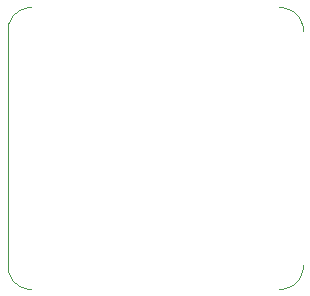
<source format=gm1>
G04*
G04 #@! TF.GenerationSoftware,Altium Limited,Altium Designer,23.4.1 (23)*
G04*
G04 Layer_Color=16711935*
%FSLAX44Y44*%
%MOMM*%
G71*
G04*
G04 #@! TF.SameCoordinates,EFB48218-AA6A-4B24-80ED-B411BF601C35*
G04*
G04*
G04 #@! TF.FilePolarity,Positive*
G04*
G01*
G75*
%ADD56C,0.0254*%
D56*
X-105000Y145310D02*
X-107611Y145139D01*
X-110176Y144628D01*
X-112654Y143788D01*
X-115000Y142631D01*
X-117175Y141177D01*
X-119142Y139452D01*
X-120867Y137485D01*
X-122320Y135310D01*
X-123478Y132964D01*
X-124319Y130486D01*
X-124829Y127921D01*
X-125000Y125310D01*
Y-73310D02*
X-124829Y-75921D01*
X-124319Y-78486D01*
X-123478Y-80964D01*
X-122320Y-83310D01*
X-120867Y-85485D01*
X-119142Y-87452D01*
X-117175Y-89177D01*
X-115000Y-90631D01*
X-112654Y-91788D01*
X-110176Y-92628D01*
X-107611Y-93139D01*
X-105000Y-93310D01*
X105000D02*
X107611Y-93139D01*
X110176Y-92628D01*
X112654Y-91788D01*
X115000Y-90631D01*
X117175Y-89177D01*
X119142Y-87452D01*
X120867Y-85485D01*
X122320Y-83310D01*
X123478Y-80964D01*
X124319Y-78486D01*
X124829Y-75921D01*
X125000Y-73310D01*
Y125310D02*
X124829Y127921D01*
X124319Y130486D01*
X123478Y132964D01*
X122320Y135310D01*
X120867Y137485D01*
X119142Y139452D01*
X117175Y141177D01*
X115000Y142631D01*
X112654Y143788D01*
X110176Y144628D01*
X107611Y145139D01*
X105000Y145310D01*
X-125000Y-73310D02*
Y125310D01*
M02*

</source>
